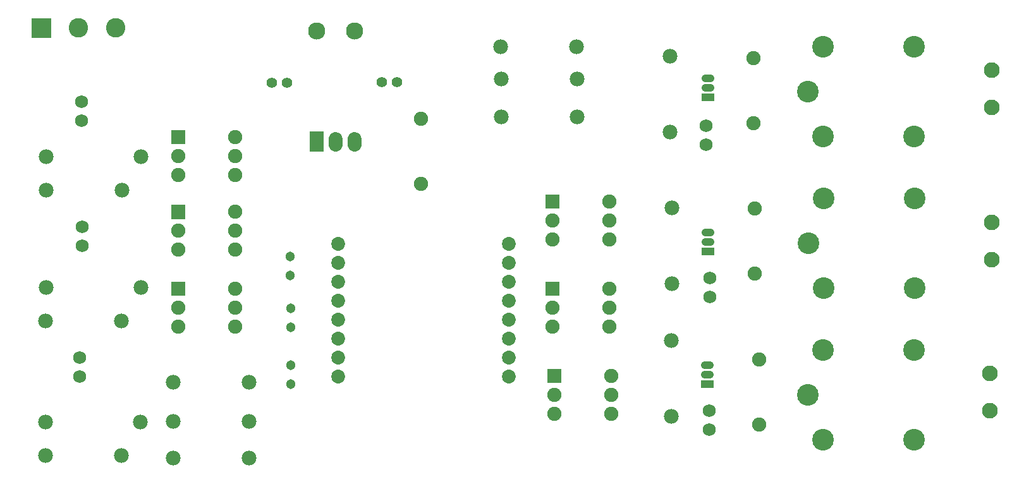
<source format=gts>
G04 Layer: TopSolderMaskLayer*
G04 EasyEDA v6.5.8, 2022-07-18 10:06:56*
G04 273c276c2863449b8c9a1f5c07be89c0,0c792c838a6744a9a4735c8e6cb38716,10*
G04 Gerber Generator version 0.2*
G04 Scale: 100 percent, Rotated: No, Reflected: No *
G04 Dimensions in millimeters *
G04 leading zeros omitted , absolute positions ,4 integer and 5 decimal *
%FSLAX45Y45*%
%MOMM*%

%ADD10C,1.0016*%
%ADD11C,1.9016*%
%ADD12C,1.3016*%
%ADD13C,2.6016*%
%ADD14C,1.7526*%
%ADD15C,1.9812*%
%ADD16C,1.8542*%
%ADD17C,2.1016*%
%ADD18C,2.3000*%
%ADD19C,1.4016*%
%ADD20C,2.8956*%

%LPD*%
D10*
X10163101Y863600D02*
G01*
X10233101Y863600D01*
X10163101Y736600D02*
G01*
X10233101Y736600D01*
X10175801Y4711700D02*
G01*
X10245801Y4711700D01*
X10175801Y4584700D02*
G01*
X10245801Y4584700D01*
X10175801Y2641600D02*
G01*
X10245801Y2641600D01*
X10175801Y2514600D02*
G01*
X10245801Y2514600D01*
D11*
X5219700Y3901307D02*
G01*
X5219700Y3821308D01*
X5473725Y3900317D02*
G01*
X5473725Y3820317D01*
D12*
G01*
X4610100Y2324100D03*
G01*
X4610100Y2070100D03*
G01*
X4622800Y1625600D03*
G01*
X4622800Y1371600D03*
G01*
X4622800Y863600D03*
G01*
X4622800Y609600D03*
D11*
G01*
X10820400Y4111599D03*
G01*
X10820400Y4981600D03*
G01*
X10833100Y2092299D03*
G01*
X10833100Y2962300D03*
G01*
X10896600Y72999D03*
G01*
X10896600Y943000D03*
G36*
X1147826Y5254752D02*
G01*
X1147826Y5514847D01*
X1408176Y5514847D01*
X1408176Y5254752D01*
G37*
D13*
G01*
X1778000Y5384800D03*
G01*
X2277999Y5384800D03*
D14*
G01*
X1816100Y4140200D03*
G01*
X1816100Y4394200D03*
G01*
X1828800Y2463800D03*
G01*
X1828800Y2717800D03*
G01*
X1790700Y711200D03*
G01*
X1790700Y965200D03*
G01*
X10236200Y1778000D03*
G01*
X10236200Y2032000D03*
G01*
X10223500Y0D03*
G01*
X10223500Y254000D03*
G01*
X10185400Y3822700D03*
G01*
X10185400Y4076700D03*
G36*
X10113009Y559562D02*
G01*
X10113009Y659637D01*
X10283190Y659637D01*
X10283190Y559562D01*
G37*
D15*
G01*
X1346200Y3657600D03*
G01*
X2616200Y3657600D03*
G01*
X1346200Y1905000D03*
G01*
X2616200Y1905000D03*
G01*
X1333500Y101600D03*
G01*
X2603500Y101600D03*
G01*
X1346200Y3213100D03*
G01*
X2362200Y3213100D03*
G01*
X3048000Y635000D03*
G01*
X4064000Y635000D03*
G01*
X1333500Y1460500D03*
G01*
X2349500Y1460500D03*
G01*
X3048000Y114300D03*
G01*
X4064000Y114300D03*
G01*
X1333500Y-342900D03*
G01*
X2349500Y-342900D03*
G01*
X3048000Y-381000D03*
G01*
X4064000Y-381000D03*
G01*
X7442200Y4191000D03*
G01*
X8458200Y4191000D03*
G01*
X9702800Y3987800D03*
G01*
X9702800Y5003800D03*
G01*
X7442200Y4699000D03*
G01*
X8458200Y4699000D03*
G01*
X9728200Y1955800D03*
G01*
X9728200Y2971800D03*
G01*
X7429500Y5130800D03*
G01*
X8445500Y5130800D03*
G01*
X9715500Y177800D03*
G01*
X9715500Y1193800D03*
D16*
G01*
X5257800Y2489200D03*
G01*
X5257800Y2235200D03*
G01*
X5257800Y1981200D03*
G01*
X5257800Y1727200D03*
G01*
X5257800Y1473200D03*
G01*
X5257800Y1219200D03*
G01*
X5257800Y965200D03*
G01*
X5257800Y711200D03*
G01*
X7543800Y711200D03*
G01*
X7543800Y965200D03*
G01*
X7543800Y1219200D03*
G01*
X7543800Y1473200D03*
G01*
X7543800Y1727200D03*
G01*
X7543800Y1981200D03*
G01*
X7543800Y2235200D03*
G01*
X7543800Y2489200D03*
D17*
G01*
X14008100Y4821986D03*
G01*
X14008100Y4321987D03*
D18*
G01*
X5473700Y5346700D03*
G01*
X4965700Y5346700D03*
D17*
G01*
X14008100Y2777286D03*
G01*
X14008100Y2277287D03*
G01*
X13982700Y757986D03*
G01*
X13982700Y257987D03*
G36*
X10125709Y4407662D02*
G01*
X10125709Y4507737D01*
X10295890Y4507737D01*
X10295890Y4407662D01*
G37*
G36*
X10125709Y2337562D02*
G01*
X10125709Y2437637D01*
X10295890Y2437637D01*
X10295890Y2337562D01*
G37*
D19*
G01*
X6043701Y4660900D03*
G01*
X5843701Y4660900D03*
G01*
X4570501Y4648200D03*
G01*
X4370501Y4648200D03*
D20*
G01*
X12965633Y3933952D03*
G01*
X11545620Y4533900D03*
G01*
X11745620Y5133898D03*
G01*
X11745620Y3933901D03*
G01*
X12965633Y5133847D03*
G01*
X12978333Y1901952D03*
G01*
X11558320Y2501900D03*
G01*
X11758320Y3101898D03*
G01*
X11758320Y1901901D03*
G01*
X12978333Y3101847D03*
G01*
X12965633Y-130047D03*
G01*
X11545620Y469900D03*
G01*
X11745620Y1069898D03*
G01*
X11745620Y-130098D03*
G01*
X12965633Y1069847D03*
G36*
X3016504Y3829304D02*
G01*
X3016504Y4019295D01*
X3206495Y4019295D01*
X3206495Y3829304D01*
G37*
D11*
G01*
X3111500Y3670300D03*
G01*
X3111500Y3416300D03*
G01*
X3873500Y3924300D03*
G01*
X3873500Y3670300D03*
G01*
X3873500Y3416300D03*
G36*
X8033004Y2965704D02*
G01*
X8033004Y3155695D01*
X8222995Y3155695D01*
X8222995Y2965704D01*
G37*
G01*
X8128000Y2806700D03*
G01*
X8128000Y2552700D03*
G01*
X8890000Y3060700D03*
G01*
X8890000Y2806700D03*
G01*
X8890000Y2552700D03*
G36*
X4870704Y3726179D02*
G01*
X4870704Y3996436D01*
X5060695Y3996436D01*
X5060695Y3726179D01*
G37*
G36*
X3016504Y2826004D02*
G01*
X3016504Y3015995D01*
X3206495Y3015995D01*
X3206495Y2826004D01*
G37*
G01*
X3111500Y2667000D03*
G01*
X3111500Y2413000D03*
G01*
X3873500Y2921000D03*
G01*
X3873500Y2667000D03*
G01*
X3873500Y2413000D03*
G36*
X3016504Y1797304D02*
G01*
X3016504Y1987295D01*
X3206495Y1987295D01*
X3206495Y1797304D01*
G37*
G01*
X3111500Y1638300D03*
G01*
X3111500Y1384300D03*
G01*
X3873500Y1892300D03*
G01*
X3873500Y1638300D03*
G01*
X3873500Y1384300D03*
G36*
X8033004Y1797304D02*
G01*
X8033004Y1987295D01*
X8222995Y1987295D01*
X8222995Y1797304D01*
G37*
G01*
X8128000Y1638300D03*
G01*
X8128000Y1384300D03*
G01*
X8890000Y1892300D03*
G01*
X8890000Y1638300D03*
G01*
X8890000Y1384300D03*
G36*
X8058404Y628904D02*
G01*
X8058404Y818895D01*
X8248395Y818895D01*
X8248395Y628904D01*
G37*
G01*
X8153400Y469900D03*
G01*
X8153400Y215900D03*
G01*
X8915400Y723900D03*
G01*
X8915400Y469900D03*
G01*
X8915400Y215900D03*
G01*
X6362700Y4168800D03*
G01*
X6362700Y3298799D03*
M02*

</source>
